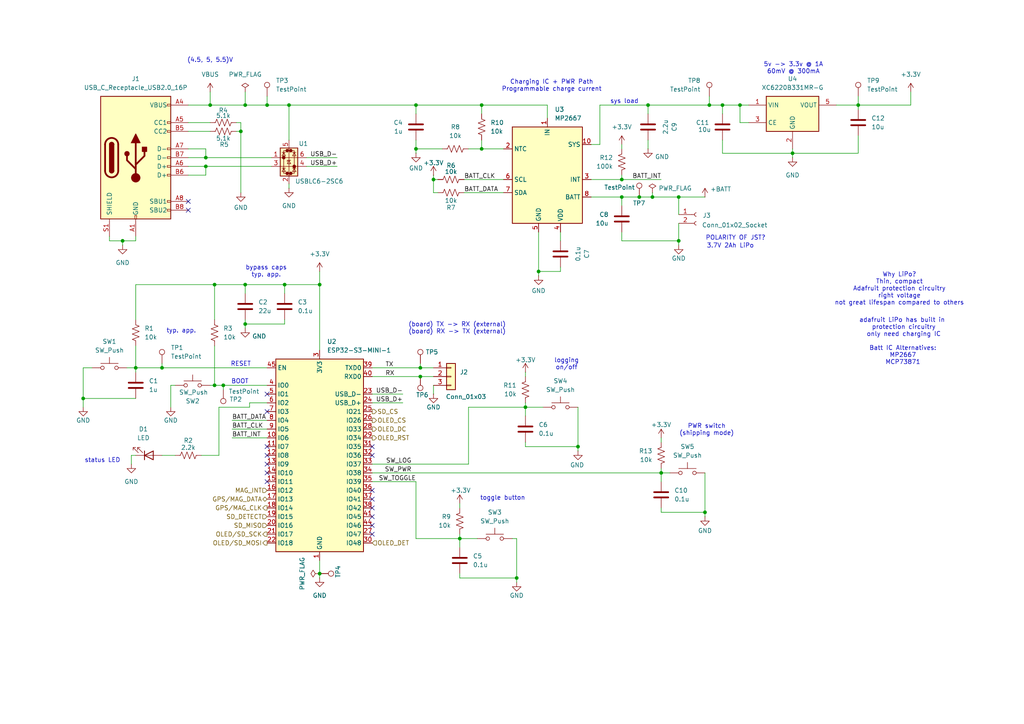
<source format=kicad_sch>
(kicad_sch (version 20250114) (generator "eeschema") (generator_version "9.0")
  (paper "A4")
  (text "PWR switch\n(shipping mode)" (at 204.978 124.714 0) (effects (font (size 1.27 1.27))))
  (text "BOOT" (at 69.596 110.744 0) (effects (font (size 1.27 1.27))))
  (text "RESET" (at 69.85 105.664 0) (effects (font (size 1.27 1.27))))
  (text "3.7V 2Ah LiPo" (at 211.836 71.374 0) (effects (font (size 1.27 1.27))))
  (text "5v -> 3.3v @ 1A\n60mV @ 300mA" (at 230.124 19.812 0) (effects (font (size 1.27 1.27))))
  (text "Charging IC + PWR Path\nProgrammable charge current" (at 160.02 24.892 0) (effects (font (size 1.27 1.27))))
  (text "(4.5, 5, 5.5)V" (at 60.96 17.526 0) (effects (font (size 1.27 1.27))))
  (text "Why LiPo?\nThin, compact\nAdafruit protection circuitry\nright voltage\nnot great lifespan compared to others" (at 260.858 83.82 0) (effects (font (size 1.27 1.27))))
  (text "Batt IC Alternatives:\nMP2667\nMCP73871" (at 261.874 103.124 0) (effects (font (size 1.27 1.27))))
  (text "toggle button" (at 145.796 144.526 0) (effects (font (size 1.27 1.27))))
  (text "logging\non/off" (at 164.338 105.664 0) (effects (font (size 1.27 1.27))))
  (text "bypass caps\ntyp. app." (at 77.216 78.74 0) (effects (font (size 1.27 1.27))))
  (text "(board) TX -> RX (external)\n(board) RX -> TX (external)" (at 132.588 95.25 0) (effects (font (size 1.27 1.27))))
  (text "POLARITY OF JST?" (at 213.36 69.088 0) (effects (font (size 1.27 1.27))))
  (text "status LED" (at 29.718 133.604 0) (effects (font (size 1.27 1.27))))
  (text "adafruit LiPo has built in \nprotection circuitry\nonly need charging IC\n\n" (at 262.128 96.012 0) (effects (font (size 1.27 1.27))))
  (text "sys load\n" (at 181.102 29.464 0) (effects (font (size 1.27 1.27))))
  (text "typ. app." (at 52.578 96.012 0) (effects (font (size 1.27 1.27))))
  (junction (at 133.35 156.21))
  (junction (at 180.34 57.15))
  (junction (at 120.65 30.48))
  (junction (at 121.92 109.22))
  (junction (at 152.4 118.11))
  (junction (at 62.23 111.76))
  (junction (at 248.92 30.48))
  (junction (at 46.99 106.68))
  (junction (at 167.64 129.54))
  (junction (at 69.85 38.1))
  (junction (at 121.92 106.68))
  (junction (at 125.73 52.07))
  (junction (at 120.65 43.18))
  (junction (at 62.23 82.55))
  (junction (at 187.96 30.48))
  (junction (at 60.96 30.48))
  (junction (at 83.82 30.48))
  (junction (at 139.7 30.48))
  (junction (at 71.12 30.48))
  (junction (at 59.69 48.26))
  (junction (at 92.71 166.37))
  (junction (at 24.13 115.57))
  (junction (at 59.69 45.72))
  (junction (at 191.77 137.16))
  (junction (at 189.23 57.15))
  (junction (at 139.7 43.18))
  (junction (at 92.71 82.55))
  (junction (at 196.85 57.15))
  (junction (at 209.55 30.48))
  (junction (at 77.47 30.48))
  (junction (at 149.86 167.64))
  (junction (at 205.74 30.48))
  (junction (at 39.37 106.68))
  (junction (at 229.87 44.45))
  (junction (at 35.56 69.85))
  (junction (at 185.42 57.15))
  (junction (at 180.34 52.07))
  (junction (at 156.21 78.74))
  (junction (at 204.47 148.59))
  (junction (at 82.55 82.55))
  (junction (at 196.85 69.85))
  (junction (at 214.63 30.48))
  (junction (at 64.77 111.76))
  (junction (at 71.12 82.55))
  (junction (at 71.12 93.98))
  (no_connect (at 107.95 149.86))
  (no_connect (at 77.47 119.38))
  (no_connect (at 107.95 147.32))
  (no_connect (at 77.47 129.54))
  (no_connect (at 77.47 114.3))
  (no_connect (at 107.95 132.08))
  (no_connect (at 77.47 137.16))
  (no_connect (at 107.95 129.54))
  (no_connect (at 77.47 134.62))
  (no_connect (at 54.61 60.96))
  (no_connect (at 107.95 144.78))
  (no_connect (at 107.95 152.4))
  (no_connect (at 107.95 154.94))
  (no_connect (at 107.95 142.24))
  (no_connect (at 77.47 139.7))
  (no_connect (at 54.61 58.42))
  (no_connect (at 77.47 132.08))
  (wire (pts (xy 72.39 118.11) (xy 63.5 118.11)))
  (wire (pts (xy 248.92 30.48) (xy 248.92 31.75)))
  (wire (pts (xy 63.5 118.11) (xy 63.5 132.08)))
  (wire (pts (xy 167.64 130.81) (xy 167.64 129.54)))
  (wire (pts (xy 139.7 30.48) (xy 158.75 30.48)))
  (wire (pts (xy 83.82 30.48) (xy 83.82 40.64)))
  (wire (pts (xy 229.87 43.18) (xy 229.87 44.45)))
  (wire (pts (xy 152.4 118.11) (xy 152.4 120.65)))
  (wire (pts (xy 139.7 43.18) (xy 146.05 43.18)))
  (wire (pts (xy 152.4 116.84) (xy 152.4 118.11)))
  (wire (pts (xy 187.96 30.48) (xy 205.74 30.48)))
  (wire (pts (xy 171.45 57.15) (xy 180.34 57.15)))
  (wire (pts (xy 71.12 93.98) (xy 71.12 92.71)))
  (wire (pts (xy 196.85 57.15) (xy 189.23 57.15)))
  (wire (pts (xy 158.75 30.48) (xy 158.75 34.29)))
  (wire (pts (xy 82.55 82.55) (xy 82.55 85.09)))
  (wire (pts (xy 156.21 67.31) (xy 156.21 78.74)))
  (wire (pts (xy 180.34 57.15) (xy 185.42 57.15)))
  (wire (pts (xy 204.47 137.16) (xy 204.47 148.59)))
  (wire (pts (xy 59.69 48.26) (xy 78.74 48.26)))
  (wire (pts (xy 39.37 100.33) (xy 39.37 106.68)))
  (wire (pts (xy 133.35 166.37) (xy 133.35 167.64)))
  (wire (pts (xy 209.55 40.64) (xy 209.55 44.45)))
  (wire (pts (xy 107.95 137.16) (xy 191.77 137.16)))
  (wire (pts (xy 127 52.07) (xy 125.73 52.07)))
  (wire (pts (xy 64.77 111.76) (xy 77.47 111.76)))
  (wire (pts (xy 107.95 114.3) (xy 116.84 114.3)))
  (wire (pts (xy 107.95 109.22) (xy 121.92 109.22)))
  (wire (pts (xy 24.13 106.68) (xy 24.13 115.57)))
  (wire (pts (xy 50.8 111.76) (xy 49.53 111.76)))
  (wire (pts (xy 54.61 50.8) (xy 59.69 50.8)))
  (wire (pts (xy 54.61 45.72) (xy 59.69 45.72)))
  (wire (pts (xy 107.95 139.7) (xy 120.65 139.7)))
  (wire (pts (xy 92.71 82.55) (xy 92.71 101.6)))
  (wire (pts (xy 121.92 109.22) (xy 125.73 109.22)))
  (wire (pts (xy 196.85 69.85) (xy 196.85 71.12)))
  (wire (pts (xy 120.65 30.48) (xy 139.7 30.48)))
  (wire (pts (xy 133.35 147.32) (xy 133.35 146.05)))
  (wire (pts (xy 134.62 52.07) (xy 146.05 52.07)))
  (wire (pts (xy 121.92 105.41) (xy 121.92 106.68)))
  (wire (pts (xy 214.63 30.48) (xy 214.63 35.56)))
  (wire (pts (xy 59.69 45.72) (xy 78.74 45.72)))
  (wire (pts (xy 54.61 48.26) (xy 59.69 48.26)))
  (wire (pts (xy 187.96 30.48) (xy 187.96 33.02)))
  (wire (pts (xy 248.92 27.94) (xy 248.92 30.48)))
  (wire (pts (xy 54.61 38.1) (xy 60.96 38.1)))
  (wire (pts (xy 68.58 38.1) (xy 69.85 38.1)))
  (wire (pts (xy 135.89 134.62) (xy 135.89 118.11)))
  (wire (pts (xy 196.85 57.15) (xy 196.85 62.23)))
  (wire (pts (xy 64.77 113.03) (xy 64.77 111.76)))
  (wire (pts (xy 162.56 77.47) (xy 162.56 78.74)))
  (wire (pts (xy 46.99 105.41) (xy 46.99 106.68)))
  (wire (pts (xy 171.45 52.07) (xy 180.34 52.07)))
  (wire (pts (xy 191.77 135.89) (xy 191.77 137.16)))
  (wire (pts (xy 77.47 116.84) (xy 72.39 116.84)))
  (wire (pts (xy 60.96 30.48) (xy 71.12 30.48)))
  (wire (pts (xy 135.89 118.11) (xy 152.4 118.11)))
  (wire (pts (xy 180.34 52.07) (xy 191.77 52.07)))
  (wire (pts (xy 59.69 43.18) (xy 59.69 45.72)))
  (wire (pts (xy 204.47 149.86) (xy 204.47 148.59)))
  (wire (pts (xy 71.12 93.98) (xy 71.12 95.25)))
  (wire (pts (xy 62.23 82.55) (xy 62.23 92.71)))
  (wire (pts (xy 77.47 27.94) (xy 77.47 30.48)))
  (wire (pts (xy 49.53 111.76) (xy 49.53 118.11)))
  (wire (pts (xy 39.37 82.55) (xy 62.23 82.55)))
  (wire (pts (xy 107.95 106.68) (xy 121.92 106.68)))
  (wire (pts (xy 133.35 156.21) (xy 133.35 158.75)))
  (wire (pts (xy 180.34 69.85) (xy 196.85 69.85)))
  (wire (pts (xy 191.77 127) (xy 191.77 128.27)))
  (wire (pts (xy 39.37 68.58) (xy 39.37 69.85)))
  (wire (pts (xy 209.55 30.48) (xy 209.55 33.02)))
  (wire (pts (xy 134.62 55.88) (xy 146.05 55.88)))
  (wire (pts (xy 152.4 129.54) (xy 167.64 129.54)))
  (wire (pts (xy 92.71 167.64) (xy 92.71 166.37)))
  (wire (pts (xy 39.37 69.85) (xy 35.56 69.85)))
  (wire (pts (xy 46.99 106.68) (xy 77.47 106.68)))
  (wire (pts (xy 133.35 156.21) (xy 138.43 156.21)))
  (wire (pts (xy 67.31 124.46) (xy 77.47 124.46)))
  (wire (pts (xy 191.77 137.16) (xy 191.77 139.7)))
  (wire (pts (xy 187.96 40.64) (xy 187.96 43.18)))
  (wire (pts (xy 92.71 82.55) (xy 82.55 82.55)))
  (wire (pts (xy 180.34 50.8) (xy 180.34 52.07)))
  (wire (pts (xy 152.4 128.27) (xy 152.4 129.54)))
  (wire (pts (xy 62.23 111.76) (xy 60.96 111.76)))
  (wire (pts (xy 31.75 69.85) (xy 35.56 69.85)))
  (wire (pts (xy 120.65 30.48) (xy 120.65 33.02)))
  (wire (pts (xy 54.61 35.56) (xy 60.96 35.56)))
  (wire (pts (xy 191.77 137.16) (xy 194.31 137.16)))
  (wire (pts (xy 69.85 38.1) (xy 69.85 55.88)))
  (wire (pts (xy 24.13 115.57) (xy 24.13 118.11)))
  (wire (pts (xy 92.71 162.56) (xy 92.71 166.37)))
  (wire (pts (xy 92.71 78.74) (xy 92.71 82.55)))
  (wire (pts (xy 39.37 132.08) (xy 38.1 132.08)))
  (wire (pts (xy 185.42 57.15) (xy 189.23 57.15)))
  (wire (pts (xy 120.65 139.7) (xy 120.65 156.21)))
  (wire (pts (xy 191.77 148.59) (xy 204.47 148.59)))
  (wire (pts (xy 205.74 27.94) (xy 205.74 30.48)))
  (wire (pts (xy 149.86 156.21) (xy 149.86 167.64)))
  (wire (pts (xy 36.83 106.68) (xy 39.37 106.68)))
  (wire (pts (xy 59.69 50.8) (xy 59.69 48.26)))
  (wire (pts (xy 54.61 30.48) (xy 60.96 30.48)))
  (wire (pts (xy 214.63 35.56) (xy 217.17 35.56)))
  (wire (pts (xy 72.39 116.84) (xy 72.39 118.11)))
  (wire (pts (xy 125.73 55.88) (xy 125.73 52.07)))
  (wire (pts (xy 139.7 30.48) (xy 139.7 33.02)))
  (wire (pts (xy 120.65 156.21) (xy 133.35 156.21)))
  (wire (pts (xy 189.23 55.88) (xy 189.23 57.15)))
  (wire (pts (xy 135.89 43.18) (xy 139.7 43.18)))
  (wire (pts (xy 35.56 69.85) (xy 35.56 71.12)))
  (wire (pts (xy 62.23 82.55) (xy 71.12 82.55)))
  (wire (pts (xy 191.77 147.32) (xy 191.77 148.59)))
  (wire (pts (xy 162.56 67.31) (xy 162.56 69.85)))
  (wire (pts (xy 229.87 44.45) (xy 229.87 45.72)))
  (wire (pts (xy 39.37 106.68) (xy 39.37 107.95)))
  (wire (pts (xy 26.67 106.68) (xy 24.13 106.68)))
  (wire (pts (xy 196.85 64.77) (xy 196.85 69.85)))
  (wire (pts (xy 248.92 39.37) (xy 248.92 44.45)))
  (wire (pts (xy 152.4 118.11) (xy 157.48 118.11)))
  (wire (pts (xy 149.86 156.21) (xy 148.59 156.21)))
  (wire (pts (xy 88.9 48.26) (xy 97.79 48.26)))
  (wire (pts (xy 167.64 118.11) (xy 167.64 129.54)))
  (wire (pts (xy 127 55.88) (xy 125.73 55.88)))
  (wire (pts (xy 62.23 111.76) (xy 64.77 111.76)))
  (wire (pts (xy 82.55 93.98) (xy 71.12 93.98)))
  (wire (pts (xy 173.99 41.91) (xy 171.45 41.91)))
  (wire (pts (xy 77.47 30.48) (xy 83.82 30.48)))
  (wire (pts (xy 121.92 106.68) (xy 125.73 106.68)))
  (wire (pts (xy 67.31 121.92) (xy 77.47 121.92)))
  (wire (pts (xy 242.57 30.48) (xy 248.92 30.48)))
  (wire (pts (xy 31.75 68.58) (xy 31.75 69.85)))
  (wire (pts (xy 139.7 40.64) (xy 139.7 43.18)))
  (wire (pts (xy 180.34 57.15) (xy 180.34 59.69)))
  (wire (pts (xy 133.35 154.94) (xy 133.35 156.21)))
  (wire (pts (xy 67.31 127) (xy 77.47 127)))
  (wire (pts (xy 120.65 40.64) (xy 120.65 43.18)))
  (wire (pts (xy 156.21 78.74) (xy 162.56 78.74)))
  (wire (pts (xy 204.47 57.15) (xy 196.85 57.15)))
  (wire (pts (xy 83.82 53.34) (xy 83.82 54.61)))
  (wire (pts (xy 83.82 30.48) (xy 120.65 30.48)))
  (wire (pts (xy 120.65 43.18) (xy 128.27 43.18)))
  (wire (pts (xy 62.23 111.76) (xy 62.23 100.33)))
  (wire (pts (xy 38.1 132.08) (xy 38.1 134.62)))
  (wire (pts (xy 149.86 167.64) (xy 133.35 167.64)))
  (wire (pts (xy 68.58 35.56) (xy 69.85 35.56)))
  (wire (pts (xy 39.37 92.71) (xy 39.37 82.55)))
  (wire (pts (xy 60.96 26.67) (xy 60.96 30.48)))
  (wire (pts (xy 82.55 82.55) (xy 71.12 82.55)))
  (wire (pts (xy 264.16 30.48) (xy 264.16 26.67)))
  (wire (pts (xy 152.4 107.95) (xy 152.4 109.22)))
  (wire (pts (xy 107.95 134.62) (xy 135.89 134.62)))
  (wire (pts (xy 54.61 43.18) (xy 59.69 43.18)))
  (wire (pts (xy 209.55 30.48) (xy 214.63 30.48)))
  (wire (pts (xy 156.21 78.74) (xy 156.21 80.01)))
  (wire (pts (xy 71.12 30.48) (xy 77.47 30.48)))
  (wire (pts (xy 180.34 41.91) (xy 180.34 43.18)))
  (wire (pts (xy 71.12 82.55) (xy 71.12 85.09)))
  (wire (pts (xy 209.55 44.45) (xy 229.87 44.45)))
  (wire (pts (xy 107.95 116.84) (xy 116.84 116.84)))
  (wire (pts (xy 248.92 44.45) (xy 229.87 44.45)))
  (wire (pts (xy 205.74 30.48) (xy 209.55 30.48)))
  (wire (pts (xy 82.55 92.71) (xy 82.55 93.98)))
  (wire (pts (xy 71.12 26.67) (xy 71.12 30.48)))
  (wire (pts (xy 50.8 132.08) (xy 46.99 132.08)))
  (wire (pts (xy 88.9 45.72) (xy 97.79 45.72)))
  (wire (pts (xy 248.92 30.48) (xy 264.16 30.48)))
  (wire (pts (xy 149.86 168.91) (xy 149.86 167.64)))
  (wire (pts (xy 69.85 35.56) (xy 69.85 38.1)))
  (wire (pts (xy 24.13 115.57) (xy 39.37 115.57)))
  (wire (pts (xy 217.17 30.48) (xy 214.63 30.48)))
  (wire (pts (xy 125.73 52.07) (xy 125.73 50.8)))
  (wire (pts (xy 173.99 30.48) (xy 187.96 30.48)))
  (wire (pts (xy 63.5 132.08) (xy 58.42 132.08)))
  (wire (pts (xy 173.99 30.48) (xy 173.99 41.91)))
  (wire (pts (xy 180.34 67.31) (xy 180.34 69.85)))
  (wire (pts (xy 125.73 111.76) (xy 125.73 114.3)))
  (wire (pts (xy 120.65 43.18) (xy 120.65 44.45)))
  (wire (pts (xy 39.37 106.68) (xy 46.99 106.68)))
  (label "TX" (at 111.76 106.68 0))
  (label "USB_D-" (at 116.84 114.3 180))
  (label "USB_D+" (at 97.79 48.26 180))
  (label "BATT_CLK" (at 134.62 52.07 0))
  (label "SW_PWR" (at 119.38 137.16 180))
  (label "BATT_INT" (at 67.31 127 0))
  (label "BATT_INT" (at 191.77 52.07 180))
  (label "RX" (at 111.76 109.22 0))
  (label "BATT_DATA" (at 67.31 121.92 0))
  (label "BATT_CLK" (at 67.31 124.46 0))
  (label "BATT_DATA" (at 134.62 55.88 0))
  (label "USB_D-" (at 97.79 45.72 180))
  (label "SW_TOGGLE" (at 120.65 139.7 180))
  (label "USB_D+" (at 116.84 116.84 180))
  (label "SW_LOG" (at 119.38 134.62 180))
  (hierarchical_label "GPS{slash}MAG_CLK" (shape output) (at 77.47 147.32 180))
  (hierarchical_label "OLED_RST" (shape output) (at 107.95 127 0))
  (hierarchical_label "OLED{slash}SD_SCK" (shape output) (at 77.47 154.94 180))
  (hierarchical_label "GPS{slash}MAG_DATA" (shape bidirectional) (at 77.47 144.78 180))
  (hierarchical_label "SD_DETECT" (shape input) (at 77.47 149.86 180))
  (hierarchical_label "OLED{slash}SD_MOSI" (shape output) (at 77.47 157.48 180))
  (hierarchical_label "OLED_DC" (shape output) (at 107.95 124.46 0))
  (hierarchical_label "SD_MISO" (shape input) (at 77.47 152.4 180))
  (hierarchical_label "OLED_CS" (shape output) (at 107.95 121.92 0))
  (hierarchical_label "SD_CS" (shape output) (at 107.95 119.38 0))
  (hierarchical_label "OLED_DET" (shape input) (at 107.95 157.48 0))
  (hierarchical_label "MAG_INT" (shape input) (at 77.47 142.24 180))
  (symbol (lib_id "power:GND") (at 125.73 114.3 0) (unit 1)
    (property "Reference" "#PWR016" (effects (hide yes)))
    (property "Value" "GND" (at 125.73 118.11 0))
    (property "Description" "Power symbol creates a global label with name \"GND\" , ground" (effects (hide yes)))
  )
  (symbol (lib_id "Device:R_US") (at 139.7 36.83 180) (unit 1)
    (property "Reference" "R10" (at 142.24 35.5599 0) (effects (justify right)))
    (property "Value" "10k" (at 142.24 38.0999 0) (effects (justify right)))
    (property "Footprint" "Resistor_SMD:R_0805_2012Metric" (effects (hide yes)))
    (property "Description" "Resistor, US symbol" (effects (hide yes)))
    (property "LCSC" "C17414" (effects (hide yes)))
    (property "MPN" "RC0805JR-0710KL" (effects (hide yes)))
    (property "Manufacturer" "YAGEO" (effects (hide yes)))
    (property "Distributor Link" "https://www.digikey.com/en/products/detail/yageo/RC0805JR-0710KL/728241" (effects (hide yes)))
  )
  (symbol (lib_id "Device:R_US") (at 39.37 96.52 180) (unit 1)
    (property "Reference" "R1" (at 41.91 95.2499 0) (effects (justify right)))
    (property "Value" "10k" (at 41.91 97.7899 0) (effects (justify right)))
    (property "Footprint" "Resistor_SMD:R_0805_2012Metric" (effects (hide yes)))
    (property "Description" "Resistor, US symbol" (effects (hide yes)))
    (property "LCSC" "C17414" (effects (hide yes)))
    (property "MPN" "RC0805JR-0710KL" (effects (hide yes)))
    (property "Manufacturer" "YAGEO" (effects (hide yes)))
    (property "Distributor Link" "https://www.digikey.com/en/products/detail/yageo/RC0805JR-0710KL/728241" (effects (hide yes)))
  )
  (symbol (lib_id "power:PWR_FLAG") (at 92.71 166.37 90) (mirror x) (unit 1)
    (property "Reference" "#FLG02" (effects (hide yes)))
    (property "Value" "PWR_FLAG" (at 87.63 166.37 0))
    (property "Description" "Special symbol for telling ERC where power comes from" (effects (hide yes)))
  )
  (symbol (lib_id "power:GND") (at 49.53 118.11 0) (unit 1)
    (property "Reference" "#PWR07" (effects (hide yes)))
    (property "Value" "GND" (at 49.53 121.92 0))
    (property "Description" "Power symbol creates a global label with name \"GND\" , ground" (effects (hide yes)))
  )
  (symbol (lib_id "power:GND") (at 69.85 55.88 0) (unit 1)
    (property "Reference" "#PWR09" (effects (hide yes)))
    (property "Value" "GND" (at 69.85 60.198 0))
    (property "Description" "Power symbol creates a global label with name \"GND\" , ground" (effects (hide yes)))
  )
  (symbol (lib_id "power:+3.3V") (at 152.4 107.95 0) (unit 1)
    (property "Reference" "#PWR019" (effects (hide yes)))
    (property "Value" "+3.3V" (at 152.4 104.394 0))
    (property "Description" "Power symbol creates a global label with name \"+3.3V\"" (effects (hide yes)))
  )
  (symbol (lib_id "Power_Protection:USBLC6-2SC6") (at 83.82 45.72 0) (unit 1)
    (property "Reference" "U1" (at 86.614 41.656 0) (effects (justify left)))
    (property "Value" "USBLC6-2SC6" (at 85.598 52.578 0) (effects (justify left)))
    (property "Footprint" "Package_TO_SOT_SMD:SOT-23-6" (effects (hide yes)))
    (property "Datasheet" "https://www.st.com/resource/en/datasheet/usblc6-2.pdf" (effects (hide yes)))
    (property "Description" "Very low capacitance ESD protection diode, 2 data-line, SOT-23-6" (effects (hide yes)))
    (property "LCSC" "C2827654" (effects (hide yes)))
    (property "MPN" "USBLC6-2SC6" (effects (hide yes)))
    (property "Manufacturer" "STMicroelectronics" (effects (hide yes)))
    (property "Distributor Link" "https://www.digikey.com/en/products/detail/stmicroelectronics/USBLC6-2SC6/1040559" (effects (hide yes)))
  )
  (symbol (lib_id "power:+BATT") (at 204.47 57.15 0) (unit 1)
    (property "Reference" "#PWR026" (effects (hide yes)))
    (property "Value" "+BATT" (at 209.042 54.864 0))
    (property "Description" "Power symbol creates a global label with name \"+BATT\"" (effects (hide yes)))
  )
  (symbol (lib_id "power:GND") (at 196.85 71.12 0) (unit 1)
    (property "Reference" "#PWR025" (effects (hide yes)))
    (property "Value" "GND" (at 196.85 74.93 0))
    (property "Description" "Power symbol creates a global label with name \"GND\" , ground" (effects (hide yes)))
  )
  (symbol (lib_id "Device:R_US") (at 180.34 46.99 0) (mirror y) (unit 1)
    (property "Reference" "R12" (at 177.8 45.7199 0) (effects (justify left)))
    (property "Value" "100k" (at 177.8 48.2599 0) (effects (justify left)))
    (property "Footprint" "Resistor_SMD:R_0805_2012Metric" (effects (hide yes)))
    (property "Description" "Resistor, US symbol" (effects (hide yes)))
    (property "LCSC" "C149504" (effects (hide yes)))
    (property "MPN" "RC0805FR-07100KL" (effects (hide yes)))
    (property "Manufacturer" "YAGEO" (effects (hide yes)))
    (property "Distributor Link" "https://www.digikey.com/en/products/detail/yageo/RC0805FR-07100KL/727544" (effects (hide yes)))
  )
  (symbol (lib_id "Connector:TestPoint") (at 92.71 166.37 270) (unit 1)
    (property "Reference" "TP4" (at 98.044 167.64 0) (effects (justify right)))
    (property "Value" "TestPoint" (effects (hide yes)))
    (property "Footprint" "TestPoint:TestPoint_Pad_D1.5mm" (effects (hide yes)))
    (property "Description" "test point" (effects (hide yes)))
  )
  (symbol (lib_id "power:+3.3V") (at 180.34 41.91 0) (unit 1)
    (property "Reference" "#PWR022" (effects (hide yes)))
    (property "Value" "+3.3V" (at 180.34 36.83 0))
    (property "Description" "Power symbol creates a global label with name \"+3.3V\"" (effects (hide yes)))
  )
  (symbol (lib_id "power:GND") (at 229.87 45.72 0) (unit 1)
    (property "Reference" "#PWR028" (effects (hide yes)))
    (property "Value" "GND" (at 229.87 50.8 0))
    (property "Description" "Power symbol creates a global label with name \"GND\" , ground" (effects (hide yes)))
  )
  (symbol (lib_id "Connector:TestPoint") (at 46.99 105.41 0) (unit 1)
    (property "Reference" "TP1" (at 49.53 100.8379 0) (effects (justify left)))
    (property "Value" "TestPoint" (at 49.53 103.3779 0) (effects (justify left)))
    (property "Footprint" "TestPoint:TestPoint_Pad_D1.5mm" (effects (hide yes)))
    (property "Description" "test point" (effects (hide yes)))
  )
  (symbol (lib_id "power:+3.3V") (at 264.16 26.67 0) (unit 1)
    (property "Reference" "#PWR029" (effects (hide yes)))
    (property "Value" "+3.3V" (at 264.16 21.59 0))
    (property "Description" "Power symbol creates a global label with name \"+3.3V\"" (effects (hide yes)))
  )
  (symbol (lib_id "Connector:Conn_01x02_Socket") (at 201.93 62.23 0) (unit 1)
    (property "Reference" "J3" (at 204.978 62.484 0))
    (property "Value" "Conn_01x02_Socket" (at 213.106 65.278 0))
    (property "Footprint" "Connector_JST:JST_PH_S2B-PH-K_1x02_P2.00mm_Horizontal" (effects (hide yes)))
    (property "Description" "Generic connector, single row, 01x02, script generated" (effects (hide yes)))
    (property "Distributor Link" "https://www.digikey.com/en/products/detail/jst-sales-america-inc/S2B-PH-K-S/926626" (effects (hide yes)))
  )
  (symbol (lib_id "Connector:TestPoint") (at 185.42 57.15 0) (mirror y) (unit 1)
    (property "Reference" "TP7" (at 187.198 58.928 0) (effects (justify left)))
    (property "Value" "TestPoint" (at 184.15 54.356 0) (effects (justify left)))
    (property "Footprint" "TestPoint:TestPoint_Pad_D1.5mm" (effects (hide yes)))
    (property "Description" "test point" (effects (hide yes)))
  )
  (symbol (lib_id "Switch:SW_Push") (at 55.88 111.76 0) (mirror y) (unit 1)
    (property "Reference" "SW2" (at 55.88 116.332 0))
    (property "Value" "SW_Push" (at 56.134 113.792 0))
    (property "Footprint" "Button_Switch_SMD:SW_SPST_B3U-1000P" (effects (hide yes)))
    (property "Description" "Push button switch, generic, two pins" (effects (hide yes)))
    (property "LCSC" "C720477" (effects (hide yes)))
    (property "MPN" "B3U-1000P" (effects (hide yes)))
    (property "Manufacturer" "Omron Electronics Inc-EMC Div" (effects (hide yes)))
    (property "Distributor Link" "https://www.digikey.com/en/products/detail/omron-electronics-inc-emc-div/B3U-1000P/1534338?gclsrc=aw.ds&gad_source=1&gad_campaignid=120565755&gbraid=0AAAAADrbLlg0O0xjmCmUbyKlcuGb4oGh0&gclid=CjwKCAiA4KfLBhB0EiwAUY7GAQ-b3iPcxPGC034MJCcv0szfw6wekoSPvS7JzjO8BYSXgQE8oVGvMRoCSdUQAvD_BwE" (effects (hide yes)))
  )
  (symbol (lib_id "Device:C") (at 162.56 73.66 0) (mirror y) (unit 1)
    (property "Reference" "C7" (at 170.18 73.66 90))
    (property "Value" "0.1u" (at 167.64 73.66 90))
    (property "Footprint" "Capacitor_SMD:C_0805_2012Metric" (effects (hide yes)))
    (property "Description" "Unpolarized capacitor" (effects (hide yes)))
    (property "LCSC" "C519980" (effects (hide yes)))
    (property "MPN" "CL21B104KBCNNNC" (effects (hide yes)))
    (property "Manufacturer" "Samsung Electro-Mechanics" (effects (hide yes)))
    (property "Distributor Link" "https://www.digikey.com/en/products/detail/samsung-electro-mechanics/CL21B104KBCNNNC/3886661" (effects (hide yes)))
  )
  (symbol (lib_id "power:VBUS") (at 60.96 26.67 0) (unit 1)
    (property "Reference" "#PWR08" (effects (hide yes)))
    (property "Value" "VBUS" (at 60.96 21.59 0))
    (property "Description" "Power symbol creates a global label with name \"VBUS\"" (effects (hide yes)))
  )
  (symbol (lib_id "Connector_Generic:Conn_01x03") (at 130.81 109.22 0) (unit 1)
    (property "Reference" "J2" (at 133.35 107.9499 0) (effects (justify left)))
    (property "Value" "Conn_01x03" (at 129.286 115.062 0) (effects (justify left)))
    (property "Footprint" "Connector_PinHeader_2.54mm:PinHeader_1x03_P2.54mm_Vertical" (effects (hide yes)))
    (property "Description" "Generic connector, single row, 01x03, script generated (kicad-library-utils/schlib/autogen/connector/)" (effects (hide yes)))
  )
  (symbol (lib_id "power:+3.3V") (at 125.73 50.8 0) (unit 1)
    (property "Reference" "#PWR015" (effects (hide yes)))
    (property "Value" "+3.3V" (at 125.73 47.244 0))
    (property "Description" "Power symbol creates a global label with name \"+3.3V\"" (effects (hide yes)))
  )
  (symbol (lib_id "Device:C") (at 82.55 88.9 0) (unit 1)
    (property "Reference" "C3" (at 86.36 87.6299 0) (effects (justify left)))
    (property "Value" "0.1u" (at 86.36 90.1699 0) (effects (justify left)))
    (property "Footprint" "Capacitor_SMD:C_0805_2012Metric" (effects (hide yes)))
    (property "Description" "Unpolarized capacitor" (effects (hide yes)))
    (property "LCSC" "C519980" (effects (hide yes)))
    (property "MPN" "CL21B104KBCNNNC" (effects (hide yes)))
    (property "Manufacturer" "Samsung Electro-Mechanics" (effects (hide yes)))
    (property "Distributor Link" "https://www.digikey.com/en/products/detail/samsung-electro-mechanics/CL21B104KBCNNNC/3886661" (effects (hide yes)))
  )
  (symbol (lib_id "Connector:TestPoint") (at 77.47 27.94 0) (unit 1)
    (property "Reference" "TP3" (at 80.01 23.3679 0) (effects (justify left)))
    (property "Value" "TestPoint" (at 80.01 25.9079 0) (effects (justify left)))
    (property "Footprint" "TestPoint:TestPoint_Pad_D1.5mm" (effects (hide yes)))
    (property "Description" "test point" (effects (hide yes)))
  )
  (symbol (lib_id "power:GND") (at 71.12 95.25 0) (unit 1)
    (property "Reference" "#PWR010" (effects (hide yes)))
    (property "Value" "GND" (at 75.184 97.536 0))
    (property "Description" "Power symbol creates a global label with name \"GND\" , ground" (effects (hide yes)))
  )
  (symbol (lib_id "Device:R_US") (at 64.77 35.56 270) (unit 1)
    (property "Reference" "R4" (at 64.77 32.004 90))
    (property "Value" "5.1k" (at 64.77 33.528 90))
    (property "Footprint" "Resistor_SMD:R_0805_2012Metric" (effects (hide yes)))
    (property "Description" "Resistor, US symbol" (effects (hide yes)))
    (property "LCSC" "C27834" (effects (hide yes)))
    (property "MPN" "RC0805JR-075K1L" (effects (hide yes)))
    (property "Manufacturer" "YAGEO" (effects (hide yes)))
    (property "Distributor Link" "https://www.digikey.com/en/products/detail/yageo/RC0805JR-075K1L/728338" (effects (hide yes)))
  )
  (symbol (lib_id "Device:C") (at 133.35 162.56 0) (unit 1)
    (property "Reference" "C5" (at 137.16 161.2899 0) (effects (justify left)))
    (property "Value" "0.1u" (at 137.16 163.8299 0) (effects (justify left)))
    (property "Footprint" "Capacitor_SMD:C_0805_2012Metric" (effects (hide yes)))
    (property "Description" "Unpolarized capacitor" (effects (hide yes)))
    (property "LCSC" "C519980" (effects (hide yes)))
    (property "MPN" "CL21B104KBCNNNC" (effects (hide yes)))
    (property "Manufacturer" "Samsung Electro-Mechanics" (effects (hide yes)))
    (property "Distributor Link" "https://www.digikey.com/en/products/detail/samsung-electro-mechanics/CL21B104KBCNNNC/3886661" (effects (hide yes)))
  )
  (symbol (lib_id "Power_Management_MPS:MP2667") (at 158.75 45.72 0) (unit 1)
    (property "Reference" "U3" (at 160.8933 31.75 0) (effects (justify left)))
    (property "Value" "MP2667" (at 160.8933 34.29 0) (effects (justify left)))
    (property "Footprint" "MP2667_DL:QFN-10_2MMx2MM_MNP" (effects (hide yes)))
    (property "Datasheet" "https://www.monolithicpower.com/en/documentview/productdocument/index/version/2/document_type/Datasheet/lang/en/sku/MP2667/document_id/5971/" (effects (hide yes)))
    (property "Description" "IC BATT CONTRL LI-ION 1CEL 10QFN" (effects (hide yes)))
    (property "Distributor Link" "https://www.digikey.com/en/products/detail/monolithic-power-systems-inc/MP2667GG-0000-Z/11611000" (effects (hide yes)))
    (property "MPN" "MP2667GG-0000-Z" (effects (hide yes)))
    (property "Manufacturer" "Monolithic Power Systems Inc." (effects (hide yes)))
  )
  (symbol (lib_id "Device:R_US") (at 64.77 38.1 90) (unit 1)
    (property "Reference" "R5" (at 65.024 41.91 90))
    (property "Value" "5.1k" (at 64.77 40.132 90))
    (property "Footprint" "Resistor_SMD:R_0805_2012Metric" (effects (hide yes)))
    (property "Description" "Resistor, US symbol" (effects (hide yes)))
    (property "LCSC" "C27834" (effects (hide yes)))
    (property "MPN" "RC0805JR-075K1L" (effects (hide yes)))
    (property "Manufacturer" "YAGEO" (effects (hide yes)))
    (property "Distributor Link" "https://www.digikey.com/en/products/detail/yageo/RC0805JR-075K1L/728338" (effects (hide yes)))
  )
  (symbol (lib_id "Device:C") (at 39.37 111.76 0) (unit 1)
    (property "Reference" "C1" (at 43.18 110.4899 0) (effects (justify left)))
    (property "Value" "1u" (at 43.18 113.0299 0) (effects (justify left)))
    (property "Footprint" "Capacitor_SMD:C_0805_2012Metric" (effects (hide yes)))
    (property "Description" "Unpolarized capacitor" (effects (hide yes)))
    (property "LCSC" "C24123" (effects (hide yes)))
    (property "MPN" "CL21B105KOFNNWE" (effects (hide yes)))
    (property "Manufacturer" "Samsung Electro-Mechanics" (effects (hide yes)))
    (property "Distributor Link" "https://www.digikey.com/en/products/detail/samsung-electro-mechanics/CL21B105KOFNNWE/3888589" (effects (hide yes)))
  )
  (symbol (lib_id "power:+3.3V") (at 92.71 78.74 0) (unit 1)
    (property "Reference" "#PWR012" (effects (hide yes)))
    (property "Value" "+3.3V" (at 92.71 73.66 0))
    (property "Description" "Power symbol creates a global label with name \"+3.3V\"" (effects (hide yes)))
  )
  (symbol (lib_id "Device:LED") (at 43.18 132.08 0) (mirror x) (unit 1)
    (property "Reference" "D1" (at 41.5925 124.46 0))
    (property "Value" "LED" (at 41.5925 127 0))
    (property "Footprint" "LED_SMD:LED_0805_2012Metric" (effects (hide yes)))
    (property "Description" "Light emitting diode" (effects (hide yes)))
    (property "Sim.Pins" "1=K 2=A" (effects (hide yes)))
    (property "Distributor Link" "https://www.digikey.com/en/products/detail/liteon/LTST-C170GKT/269226" (effects (hide yes)))
    (property "LCSC" "C965812" (effects (hide yes)))
    (property "MPN" "LTST-C170GKT" (effects (hide yes)))
    (property "Manufacturer" "Lite-On Inc." (effects (hide yes)))
  )
  (symbol (lib_id "Connector:TestPoint") (at 248.92 27.94 0) (unit 1)
    (property "Reference" "TP9" (at 251.46 23.3679 0) (effects (justify left)))
    (property "Value" "TestPoint" (at 251.46 25.9079 0) (effects (justify left)))
    (property "Footprint" "TestPoint:TestPoint_Pad_D1.5mm" (effects (hide yes)))
    (property "Description" "test point" (effects (hide yes)))
  )
  (symbol (lib_id "Connector:USB_C_Receptacle_USB2.0_16P") (at 39.37 45.72 0) (unit 1)
    (property "Reference" "J1" (at 39.37 22.86 0))
    (property "Value" "USB_C_Receptacle_USB2.0_16P" (at 39.37 25.4 0))
    (property "Footprint" "Connector_USB:USB_C_Receptacle_GCT_USB4105-xx-A_16P_TopMnt_Horizontal" (effects (hide yes)))
    (property "Datasheet" "https://www.lcsc.com/datasheet/C2988369.pdf" (effects (hide yes)))
    (property "Description" "USB 2.0-only 16P Type-C Receptacle connector" (effects (hide yes)))
    (property "MPN" "USB4105-GF-A" (effects (hide yes)))
    (property "Manufacturer" "GCT" (effects (hide yes)))
    (property "Distributor Link" "https://www.digikey.com/en/products/detail/gct/USB4105-GF-A-120/14559037" (effects (hide yes)))
  )
  (symbol (lib_id "Switch:SW_Push") (at 31.75 106.68 0) (unit 1)
    (property "Reference" "SW1" (at 31.75 99.06 0))
    (property "Value" "SW_Push" (at 31.75 101.6 0))
    (property "Footprint" "Button_Switch_SMD:SW_SPST_B3U-1000P" (effects (hide yes)))
    (property "Description" "Push button switch, generic, two pins" (effects (hide yes)))
    (property "LCSC" "C720477" (effects (hide yes)))
    (property "MPN" "B3U-1000P" (effects (hide yes)))
    (property "Manufacturer" "Omron Electronics Inc-EMC Div" (effects (hide yes)))
    (property "Distributor Link" "https://www.digikey.com/en/products/detail/omron-electronics-inc-emc-div/B3U-1000P/1534338?gclsrc=aw.ds&gad_source=1&gad_campaignid=120565755&gbraid=0AAAAADrbLlg0O0xjmCmUbyKlcuGb4oGh0&gclid=CjwKCAiA4KfLBhB0EiwAUY7GAQ-b3iPcxPGC034MJCcv0szfw6wekoSPvS7JzjO8BYSXgQE8oVGvMRoCSdUQAvD_BwE" (effects (hide yes)))
  )
  (symbol (lib_id "power:GND") (at 187.96 43.18 0) (unit 1)
    (property "Reference" "#PWR023" (effects (hide yes)))
    (property "Value" "GND" (at 192.024 45.466 0))
    (property "Description" "Power symbol creates a global label with name \"GND\" , ground" (effects (hide yes)))
  )
  (symbol (lib_id "Regulator_Linear:XC6220B331MR") (at 229.87 33.02 0) (unit 1)
    (property "Reference" "U4" (at 229.87 22.86 0))
    (property "Value" "XC6220B331MR-G" (at 229.87 25.4 0))
    (property "Footprint" "Package_TO_SOT_SMD:SOT-23-5" (effects (hide yes)))
    (property "Datasheet" "https://www.torexsemi.com/file/xc6220/XC6220.pdf" (effects (hide yes)))
    (property "Description" "1A, Low Drop-out Voltage Regulator, Fixed Output 3.3V, SOT-23-5" (effects (hide yes)))
    (property "LCSC" "C86534" (effects (hide yes)))
    (property "MPN" "XC6220B331MR-G" (effects (hide yes)))
    (property "Manufacturer" "Torex Semiconductor Ltd" (effects (hide yes)))
    (property "Distributor Link" "https://www.digikey.com/en/products/detail/torex-semiconductor-ltd/XC6220B331MR-G/2138177?s=N4IgTCBcDaIBoGEBsYwAYBCBmLBGAsgEoC0A4iALoC%2BQA" (effects (hide yes)))
  )
  (symbol (lib_id "power:+3.3V") (at 133.35 146.05 0) (unit 1)
    (property "Reference" "#PWR017" (effects (hide yes)))
    (property "Value" "+3.3V" (at 133.604 142.24 0))
    (property "Description" "Power symbol creates a global label with name \"+3.3V\"" (effects (hide yes)))
  )
  (symbol (lib_id "Device:C") (at 248.92 35.56 0) (unit 1)
    (property "Reference" "C12" (at 252.73 34.2899 0) (effects (justify left)))
    (property "Value" "10u" (at 252.73 36.8299 0) (effects (justify left)))
    (property "Footprint" "Capacitor_SMD:C_0805_2012Metric" (effects (hide yes)))
    (property "Description" "Unpolarized capacitor" (effects (hide yes)))
    (property "LCSC" "C95841" (effects (hide yes)))
    (property "MPN" "CL21B106KOQNNNE" (effects (hide yes)))
    (property "Manufacturer" "Samsung Electro-Mechanics" (effects (hide yes)))
    (property "Distributor Link" "https://www.digikey.com/en/products/detail/samsung-electro-mechanics/CL21B106KOQNNNE/3888530" (effects (hide yes)))
  )
  (symbol (lib_id "power:PWR_FLAG") (at 189.23 55.88 0) (unit 1)
    (property "Reference" "#FLG03" (effects (hide yes)))
    (property "Value" "PWR_FLAG" (at 195.834 54.61 0))
    (property "Description" "Special symbol for telling ERC where power comes from" (effects (hide yes)))
  )
  (symbol (lib_id "power:GND") (at 38.1 134.62 0) (mirror y) (unit 1)
    (property "Reference" "#PWR06" (effects (hide yes)))
    (property "Value" "GND" (at 38.1 139.7 0))
    (property "Description" "Power symbol creates a global label with name \"GND\" , ground" (effects (hide yes)))
  )
  (symbol (lib_id "Device:R_US") (at 132.08 43.18 270) (unit 1)
    (property "Reference" "R8" (at 132.08 36.83 90))
    (property "Value" "10k" (at 132.08 39.37 90))
    (property "Footprint" "Resistor_SMD:R_0805_2012Metric" (effects (hide yes)))
    (property "Description" "Resistor, US symbol" (effects (hide yes)))
    (property "LCSC" "C17414" (effects (hide yes)))
    (property "MPN" "RC0805JR-0710KL" (effects (hide yes)))
    (property "Manufacturer" "YAGEO" (effects (hide yes)))
    (property "Distributor Link" "https://www.digikey.com/en/products/detail/yageo/RC0805JR-0710KL/728241" (effects (hide yes)))
  )
  (symbol (lib_id "Device:C") (at 187.96 36.83 0) (mirror y) (unit 1)
    (property "Reference" "C9" (at 195.58 36.83 90))
    (property "Value" "2.2u" (at 193.04 36.83 90))
    (property "Footprint" "Capacitor_SMD:C_0805_2012Metric" (effects (hide yes)))
    (property "Description" "Unpolarized capacitor" (effects (hide yes)))
    (property "LCSC" "C28234" (effects (hide yes)))
    (property "MPN" "CL21B225KOFNNNE" (effects (hide yes)))
    (property "Manufacturer" "Samsung Electro-Mechanics" (effects (hide yes)))
    (property "Distributor Link" "https://www.digikey.com/en/products/detail/samsung-electro-mechanics/CL21B225KOFNNNE/3886820" (effects (hide yes)))
  )
  (symbol (lib_id "Device:R_US") (at 152.4 113.03 0) (mirror x) (unit 1)
    (property "Reference" "R11" (at 149.86 111.7599 0) (effects (justify right)))
    (property "Value" "10k" (at 149.86 114.2999 0) (effects (justify right)))
    (property "Footprint" "Resistor_SMD:R_0805_2012Metric" (effects (hide yes)))
    (property "Description" "Resistor, US symbol" (effects (hide yes)))
    (property "LCSC" "C17414" (effects (hide yes)))
    (property "MPN" "RC0805JR-0710KL" (effects (hide yes)))
    (property "Manufacturer" "YAGEO" (effects (hide yes)))
    (property "Distributor Link" "https://www.digikey.com/en/products/detail/yageo/RC0805JR-0710KL/728241" (effects (hide yes)))
  )
  (symbol (lib_id "Device:R_US") (at 62.23 96.52 180) (unit 1)
    (property "Reference" "R3" (at 64.77 95.2499 0) (effects (justify right)))
    (property "Value" "10k" (at 64.77 97.7899 0) (effects (justify right)))
    (property "Footprint" "Resistor_SMD:R_0805_2012Metric" (effects (hide yes)))
    (property "Description" "Resistor, US symbol" (effects (hide yes)))
    (property "LCSC" "C17414" (effects (hide yes)))
    (property "MPN" "RC0805JR-0710KL" (effects (hide yes)))
    (property "Manufacturer" "YAGEO" (effects (hide yes)))
    (property "Distributor Link" "https://www.digikey.com/en/products/detail/yageo/RC0805JR-0710KL/728241" (effects (hide yes)))
  )
  (symbol (lib_id "Device:C") (at 152.4 124.46 0) (unit 1)
    (property "Reference" "C6" (at 156.21 123.1899 0) (effects (justify left)))
    (property "Value" "0.1u" (at 156.21 125.7299 0) (effects (justify left)))
    (property "Footprint" "Capacitor_SMD:C_0805_2012Metric" (effects (hide yes)))
    (property "Description" "Unpolarized capacitor" (effects (hide yes)))
    (property "LCSC" "C519980" (effects (hide yes)))
    (property "MPN" "CL21B104KBCNNNC" (effects (hide yes)))
    (property "Manufacturer" "Samsung Electro-Mechanics" (effects (hide yes)))
    (property "Distributor Link" "https://www.digikey.com/en/products/detail/samsung-electro-mechanics/CL21B104KBCNNNC/3886661" (effects (hide yes)))
  )
  (symbol (lib_id "Device:C") (at 180.34 63.5 0) (mirror x) (unit 1)
    (property "Reference" "C8" (at 176.53 62.2299 0) (effects (justify right)))
    (property "Value" "10u" (at 176.53 64.7699 0) (effects (justify right)))
    (property "Footprint" "Capacitor_SMD:C_0805_2012Metric" (effects (hide yes)))
    (property "Description" "Unpolarized capacitor" (effects (hide yes)))
    (property "LCSC" "C95841" (effects (hide yes)))
    (property "MPN" "CL21B106KOQNNNE" (effects (hide yes)))
    (property "Manufacturer" "Samsung Electro-Mechanics" (effects (hide yes)))
    (property "Distributor Link" "https://www.digikey.com/en/products/detail/samsung-electro-mechanics/CL21B106KOQNNNE/3888530" (effects (hide yes)))
  )
  (symbol (lib_id "Switch:SW_Push") (at 162.56 118.11 0) (unit 1)
    (property "Reference" "SW4" (at 162.56 110.49 0))
    (property "Value" "SW_Push" (at 162.56 113.03 0))
    (property "Footprint" "Button_Switch_SMD:SW_SPST_TL3305C" (effects (hide yes)))
    (property "Datasheet" "https://www.lcsc.com/datasheet/C720477.pdf" (effects (hide yes)))
    (property "Description" "Push button switch, generic, two pins" (effects (hide yes)))
    (property "MPN" "TL3305CF260QG" (effects (hide yes)))
    (property "Manufacturer" "E-Switch" (effects (hide yes)))
    (property "Distributor Link" "https://www.digikey.com/en/products/detail/e-switch/TL3305CF260QG/5816186" (effects (hide yes)))
  )
  (symbol (lib_id "Device:C") (at 209.55 36.83 0) (mirror x) (unit 1)
    (property "Reference" "C11" (at 205.74 35.5599 0) (effects (justify right)))
    (property "Value" "10u" (at 206.248 37.592 0) (effects (justify right)))
    (property "Footprint" "Capacitor_SMD:C_0805_2012Metric" (effects (hide yes)))
    (property "Description" "Unpolarized capacitor" (effects (hide yes)))
    (property "LCSC" "C95841" (effects (hide yes)))
    (property "MPN" "CL21B106KOQNNNE" (effects (hide yes)))
    (property "Manufacturer" "Samsung Electro-Mechanics" (effects (hide yes)))
    (property "Distributor Link" "https://www.digikey.com/en/products/detail/samsung-electro-mechanics/CL21B106KOQNNNE/3888530" (effects (hide yes)))
  )
  (symbol (lib_id "power:GND") (at 204.47 149.86 0) (unit 1)
    (property "Reference" "#PWR027" (effects (hide yes)))
    (property "Value" "GND" (at 204.47 153.924 0))
    (property "Description" "Power symbol creates a global label with name \"GND\" , ground" (effects (hide yes)))
  )
  (symbol (lib_id "power:GND") (at 24.13 118.11 0) (unit 1)
    (property "Reference" "#PWR04" (effects (hide yes)))
    (property "Value" "GND" (at 24.13 121.92 0))
    (property "Description" "Power symbol creates a global label with name \"GND\" , ground" (effects (hide yes)))
  )
  (symbol (lib_id "power:GND") (at 83.82 54.61 0) (unit 1)
    (property "Reference" "#PWR011" (effects (hide yes)))
    (property "Value" "GND" (at 83.82 59.69 0))
    (property "Description" "Power symbol creates a global label with name \"GND\" , ground" (effects (hide yes)))
  )
  (symbol (lib_id "Device:C") (at 191.77 143.51 0) (unit 1)
    (property "Reference" "C10" (at 195.58 142.2399 0) (effects (justify left)))
    (property "Value" "0.1u" (at 195.58 144.7799 0) (effects (justify left)))
    (property "Footprint" "Capacitor_SMD:C_0805_2012Metric" (effects (hide yes)))
    (property "Description" "Unpolarized capacitor" (effects (hide yes)))
    (property "LCSC" "C519980" (effects (hide yes)))
    (property "MPN" "CL21B104KBCNNNC" (effects (hide yes)))
    (property "Manufacturer" "Samsung Electro-Mechanics" (effects (hide yes)))
    (property "Distributor Link" "https://www.digikey.com/en/products/detail/samsung-electro-mechanics/CL21B104KBCNNNC/3886661" (effects (hide yes)))
  )
  (symbol (lib_id "power:GND") (at 149.86 168.91 0) (unit 1)
    (property "Reference" "#PWR018" (effects (hide yes)))
    (property "Value" "GND" (at 149.86 172.72 0))
    (property "Description" "Power symbol creates a global label with name \"GND\" , ground" (effects (hide yes)))
  )
  (symbol (lib_id "Switch:SW_Push") (at 199.39 137.16 0) (unit 1)
    (property "Reference" "SW5" (at 199.39 129.54 0))
    (property "Value" "SW_Push" (at 199.39 132.08 0))
    (property "Footprint" "Button_Switch_SMD:SW_SPST_TL3305C" (effects (hide yes)))
    (property "Datasheet" "https://www.lcsc.com/datasheet/C720477.pdf" (effects (hide yes)))
    (property "Description" "Push button switch, generic, two pins" (effects (hide yes)))
    (property "MPN" "TL3305CF260QG" (effects (hide yes)))
    (property "Manufacturer" "E-Switch" (effects (hide yes)))
    (property "Distributor Link" "https://www.digikey.com/en/products/detail/e-switch/TL3305CF260QG/5816186" (effects (hide yes)))
  )
  (symbol (lib_id "power:GND") (at 35.56 71.12 0) (unit 1)
    (property "Reference" "#PWR05" (effects (hide yes)))
    (property "Value" "GND" (at 35.56 76.2 0))
    (property "Description" "Power symbol creates a global label with name \"GND\" , ground" (effects (hide yes)))
  )
  (symbol (lib_id "Device:C") (at 120.65 36.83 0) (mirror x) (unit 1)
    (property "Reference" "C4" (at 116.84 35.5599 0) (effects (justify right)))
    (property "Value" "1u" (at 116.84 38.0999 0) (effects (justify right)))
    (property "Footprint" "Capacitor_SMD:C_0805_2012Metric" (effects (hide yes)))
    (property "Description" "Unpolarized capacitor" (effects (hide yes)))
    (property "LCSC" "C24123" (effects (hide yes)))
    (property "MPN" "CL21B105KOFNNWE" (effects (hide yes)))
    (property "Manufacturer" "Samsung Electro-Mechanics" (effects (hide yes)))
    (property "Distributor Link" "https://www.digikey.com/en/products/detail/samsung-electro-mechanics/CL21B105KOFNNWE/3888589" (effects (hide yes)))
  )
  (symbol (lib_id "Connector:TestPoint") (at 121.92 105.41 0) (unit 1)
    (property "Reference" "TP5" (at 123.444 102.108 0) (effects (justify left)))
    (property "Value" "TestPoint" (effects (hide yes)))
    (property "Footprint" "TestPoint:TestPoint_Pad_D1.5mm" (effects (hide yes)))
    (property "Description" "test point" (effects (hide yes)))
  )
  (symbol (lib_id "Device:R_US") (at 130.81 52.07 270) (unit 1)
    (property "Reference" "R6" (at 130.81 48.006 90))
    (property "Value" "10k" (at 130.81 49.784 90))
    (property "Footprint" "Resistor_SMD:R_0805_2012Metric" (effects (hide yes)))
    (property "Description" "Resistor, US symbol" (effects (hide yes)))
    (property "LCSC" "C17414" (effects (hide yes)))
    (property "MPN" "RC0805JR-0710KL" (effects (hide yes)))
    (property "Manufacturer" "YAGEO" (effects (hide yes)))
    (property "Distributor Link" "https://www.digikey.com/en/products/detail/yageo/RC0805JR-0710KL/728241" (effects (hide yes)))
  )
  (symbol (lib_id "power:+3.3V") (at 191.77 127 0) (unit 1)
    (property "Reference" "#PWR024" (effects (hide yes)))
    (property "Value" "+3.3V" (at 191.77 123.19 0))
    (property "Description" "Power symbol creates a global label with name \"+3.3V\"" (effects (hide yes)))
  )
  (symbol (lib_id "power:GND") (at 120.65 44.45 0) (unit 1)
    (property "Reference" "#PWR014" (effects (hide yes)))
    (property "Value" "GND" (at 120.65 48.768 0))
    (property "Description" "Power symbol creates a global label with name \"GND\" , ground" (effects (hide yes)))
  )
  (symbol (lib_id "Device:R_US") (at 133.35 151.13 0) (mirror x) (unit 1)
    (property "Reference" "R9" (at 130.81 149.8599 0) (effects (justify right)))
    (property "Value" "10k" (at 130.81 152.3999 0) (effects (justify right)))
    (property "Footprint" "Resistor_SMD:R_0805_2012Metric" (effects (hide yes)))
    (property "Description" "Resistor, US symbol" (effects (hide yes)))
    (property "LCSC" "C17414" (effects (hide yes)))
    (property "MPN" "RC0805JR-0710KL" (effects (hide yes)))
    (property "Manufacturer" "YAGEO" (effects (hide yes)))
    (property "Distributor Link" "https://www.digikey.com/en/products/detail/yageo/RC0805JR-0710KL/728241" (effects (hide yes)))
  )
  (symbol (lib_id "power:GND") (at 167.64 130.81 0) (unit 1)
    (property "Reference" "#PWR021" (effects (hide yes)))
    (property "Value" "GND" (at 167.386 134.874 0))
    (property "Description" "Power symbol creates a global label with name \"GND\" , ground" (effects (hide yes)))
  )
  (symbol (lib_id "power:GND") (at 92.71 167.64 0) (unit 1)
    (property "Reference" "#PWR013" (effects (hide yes)))
    (property "Value" "GND" (at 92.71 172.72 0))
    (property "Description" "Power symbol creates a global label with name \"GND\" , ground" (effects (hide yes)))
  )
  (symbol (lib_id "Switch:SW_Push") (at 143.51 156.21 0) (mirror y) (unit 1)
    (property "Reference" "SW3" (at 143.51 148.59 0))
    (property "Value" "SW_Push" (at 143.51 151.13 0))
    (property "Footprint" "Button_Switch_SMD:SW_SPST_TL3305C" (effects (hide yes)))
    (property "Datasheet" "https://www.lcsc.com/datasheet/C720477.pdf" (effects (hide yes)))
    (property "Description" "Push button switch, generic, two pins" (effects (hide yes)))
    (property "MPN" "TL3305CF260QG" (effects (hide yes)))
    (property "Manufacturer" "E-Switch" (effects (hide yes)))
    (property "Distributor Link" "https://www.digikey.com/en/products/detail/e-switch/TL3305CF260QG/5816186" (effects (hide yes)))
  )
  (symbol (lib_id "RF_Module:ESP32-S3-MINI-1") (at 92.71 132.08 0) (unit 1)
    (property "Reference" "U2" (at 94.8533 99.06 0) (effects (justify left)))
    (property "Value" "ESP32-S3-MINI-1" (at 94.8533 101.6 0) (effects (justify left)))
    (property "Footprint" "RF_Module:ESP32-S2-MINI-1" (effects (hide yes)))
    (property "Datasheet" "https://www.espressif.com/sites/default/files/documentation/esp32-s3-mini-1_mini-1u_datasheet_en.pdf" (effects (hide yes)))
    (property "Description" "RF Module, ESP32-S3 SoC, Wi-Fi 802.11b/g/n, Bluetooth, BLE, 32-bit, 3.3V, SMD, onboard antenna" (effects (hide yes)))
    (property "LCSC" "C2913206" (effects (hide yes)))
    (property "MPN" "ESP32-S3-MINI-1-N8" (effects (hide yes)))
    (property "Manufacturer" "Espressif Systems" (effects (hide yes)))
    (property "Distributor Link" "https://www.digikey.com/en/products/detail/espressif-systems/ESP32-S3-MINI-1-N8/15295890" (effects (hide yes)))
  )
  (symbol (lib_id "power:PWR_FLAG") (at 71.12 26.67 0) (unit 1)
    (property "Reference" "#FLG01" (effects (hide yes)))
    (property "Value" "PWR_FLAG" (at 71.12 21.59 0))
    (property "Description" "Special symbol for telling ERC where power comes from" (effects (hide yes)))
  )
  (symbol (lib_id "Connector:TestPoint") (at 205.74 27.94 0) (mirror y) (unit 1)
    (property "Reference" "TP8" (at 203.2 23.3679 0) (effects (justify left)))
    (property "Value" "TestPoint" (at 203.2 25.9079 0) (effects (justify left)))
    (property "Footprint" "TestPoint:TestPoint_Pad_D1.5mm" (effects (hide yes)))
    (property "Description" "test point" (effects (hide yes)))
  )
  (symbol (lib_id "power:GND") (at 156.21 80.01 0) (unit 1)
    (property "Reference" "#PWR020" (effects (hide yes)))
    (property "Value" "GND" (at 156.21 84.328 0))
    (property "Description" "Power symbol creates a global label with name \"GND\" , ground" (effects (hide yes)))
  )
  (symbol (lib_id "Device:R_US") (at 191.77 132.08 0) (mirror x) (unit 1)
    (property "Reference" "R13" (at 189.23 130.8099 0) (effects (justify right)))
    (property "Value" "10k" (at 189.23 133.3499 0) (effects (justify right)))
    (property "Footprint" "Resistor_SMD:R_0805_2012Metric" (effects (hide yes)))
    (property "Description" "Resistor, US symbol" (effects (hide yes)))
    (property "LCSC" "C17414" (effects (hide yes)))
    (property "MPN" "RC0805JR-0710KL" (effects (hide yes)))
    (property "Manufacturer" "YAGEO" (effects (hide yes)))
    (property "Distributor Link" "https://www.digikey.com/en/products/detail/yageo/RC0805JR-0710KL/728241" (effects (hide yes)))
  )
  (symbol (lib_id "Connector:TestPoint") (at 121.92 109.22 180) (unit 1)
    (property "Reference" "TP6" (at 120.65 114.554 0) (effects (justify right)))
    (property "Value" "TestPoint" (effects (hide yes)))
    (property "Footprint" "TestPoint:TestPoint_Pad_D1.5mm" (effects (hide yes)))
    (property "Description" "test point" (effects (hide yes)))
  )
  (symbol (lib_id "Device:R_US") (at 130.81 55.88 90) (unit 1)
    (property "Reference" "R7" (at 130.81 60.198 90))
    (property "Value" "10k" (at 130.81 58.166 90))
    (property "Footprint" "Resistor_SMD:R_0805_2012Metric" (effects (hide yes)))
    (property "Description" "Resistor, US symbol" (effects (hide yes)))
    (property "LCSC" "C17414" (effects (hide yes)))
    (property "MPN" "RC0805JR-0710KL" (effects (hide yes)))
    (property "Manufacturer" "YAGEO" (effects (hide yes)))
    (property "Distributor Link" "https://www.digikey.com/en/products/detail/yageo/RC0805JR-0710KL/728241" (effects (hide yes)))
  )
  (symbol (lib_id "Device:C") (at 71.12 88.9 0) (unit 1)
    (property "Reference" "C2" (at 74.93 87.6299 0) (effects (justify left)))
    (property "Value" "22u" (at 74.93 90.1699 0) (effects (justify left)))
    (property "Footprint" "Capacitor_SMD:C_0805_2012Metric" (effects (hide yes)))
    (property "Description" "Unpolarized capacitor" (effects (hide yes)))
    (property "LCSC" "C98190" (effects (hide yes)))
    (property "MPN" "CL21A226MOCLRNC" (effects (hide yes)))
    (property "Manufacturer" "Samsung Electro-Mechanics" (effects (hide yes)))
    (property "Distributor Link" "https://www.digikey.com/en/products/detail/samsung-electro-mechanics/CL21A226MOCLRNC/5961264" (effects (hide yes)))
  )
  (symbol (lib_id "Connector:TestPoint") (at 64.77 113.03 0) (mirror x) (unit 1)
    (property "Reference" "TP2" (at 66.548 115.824 0) (effects (justify left)))
    (property "Value" "TestPoint" (at 66.294 113.538 0) (effects (justify left)))
    (property "Footprint" "TestPoint:TestPoint_Pad_D1.5mm" (effects (hide yes)))
    (property "Description" "test point" (effects (hide yes)))
  )
  (symbol (lib_id "Device:R_US") (at 54.61 132.08 270) (unit 1)
    (property "Reference" "R2" (at 54.61 127.762 90))
    (property "Value" "2.2k" (at 54.61 129.794 90))
    (property "Footprint" "Resistor_SMD:R_0805_2012Metric" (effects (hide yes)))
    (property "Description" "Resistor, US symbol" (effects (hide yes)))
    (property "LCSC" "C17520" (effects (hide yes)))
    (property "MPN" "RC0805FR-072K2L" (effects (hide yes)))
    (property "Manufacturer" "YAGEO" (effects (hide yes)))
    (property "Distributor Link" "https://www.digikey.com/en/products/detail/yageo/RC0805FR-072K2L/727676" (effects (hide yes)))
  )
)
</source>
